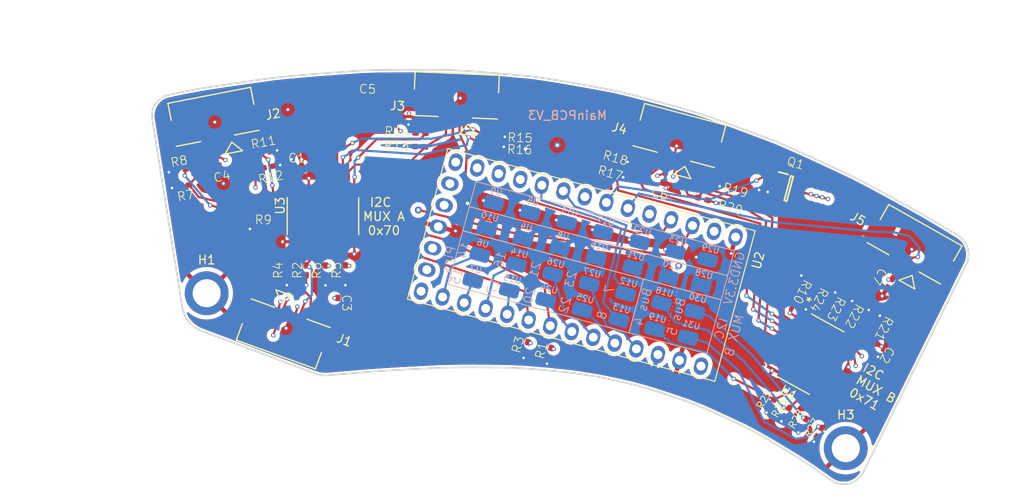
<source format=kicad_pcb>
(kicad_pcb (version 20221018) (generator pcbnew)
  (layers (0 "F.Cu" signal) (1 "In1.Cu" signal) (2 "In2.Cu" signal) (31 "B.Cu" signal) (34 "B.Paste" user) (35 "F.Paste" user) (36 "B.SilkS" user "B.Silkscreen") (37 "F.SilkS" user "F.Silkscreen") (38 "B.Mask" user) (39 "F.Mask" user) (44 "Edge.Cuts" user))
  (net 0 "")
  (net 1 "GND")
  (net 2 "/Gate")
  (net 3 "/SCL3")
  (net 4 "/SDA3")
  (net 5 "/SCL2")
  (net 7 "/RX2")
  (net 8 "/TX2")
  (net 14 "/A0")
  (net 15 "/A1")
  (net 16 "/SCL1")
  (net 17 "/SDA1")
  (net 18 "/SDA0")
  (net 19 "/SCL0")
  (net 23 "+3V3")
  (net 24 "/SDA2")
  (net 25 "/SCL5")
  (net 26 "/IO0")
  (net 27 "/SDA5")
  (net 28 "/IO2")
  (net 29 "/IO1")
  (net 30 "/SCL_IN")
  (net 31 "/SCL4")
  (net 32 "/SDA_IN")
  (net 33 "/SDA4")
  (net 36 "Net-(U3-*RESET)")
  (net 37 "/SCL_B3")
  (net 38 "/SDA_B3")
  (net 39 "/IO3")
  (net 40 "/SCL_B2")
  (net 41 "/SDA_B2")
  (net 42 "/SCL_B1")
  (net 43 "/SDA_B1")
  (net 44 "/IO4")
  (net 45 "/SCL_B0")
  (net 46 "/SDA_B0")
  (net 47 "Net-(U1-*RESET)")
  (net 51 "/PMOS_output")
  (net 52 "/SCL_B5")
  (net 53 "/SDA_B5")
  (net 58 "/A3")
  (net 59 "/A2")
  (net 61 "/SCL_B4")
  (net 62 "/SDA_B4")
  (net 63 "/A9")
  (net 64 "/A8")
  (net 65 "/A7")
  (net 66 "/A6")
  (footprint "MasterThesis_library:0402_HandSolder" (layer "F.Cu") (at 150.105757 122.096857 -79)
    (fp_text reference "C4")
    (fp_text value "22uF")
  )
  (footprint "MasterThesis_library:DMP31D0U-7" (layer "F.Cu") (at 215.125757 125.256857 -15)
    (fp_text reference "Q1")
    (fp_text value "DMP31D0U-7" hide)
  )
  (footprint "MasterThesis_library:0402_HandSolder" (layer "F.Cu") (at 223.445757 140.556857 -118)
    (fp_text reference "R22")
    (fp_text value "10k")
  )
  (footprint "MasterThesis_library:0402_HandSolder" (layer "F.Cu") (at 160.12909 134.576855 90)
    (fp_text reference "R2")
    (fp_text value "10k")
  )
  (footprint "MasterThesis_library:0402_HandSolder" (layer "F.Cu") (at 181.255757 120.456857 178)
    (fp_text reference "R16")
    (fp_text value "10k")
  )
  (footprint "MasterThesis_library:Molex_0527450797" (layer "F.Cu") (at 177.237396 114.62468 177.5)
    (fp_text reference "J3")
    (fp_text value "Molex_0527450797" hide)
  )
  (footprint "MasterThesis_library:Molex_0527450797" (layer "F.Cu") (at 157.538345 141.830344 -20)
    (fp_text reference "J1")
    (fp_text value "Molex_0527450797" hide)
  )
  (footprint "MasterThesis_library:0402_HandSolder" (layer "F.Cu") (at 224.635757 141.306857 -118)
    (fp_text reference "R21")
    (fp_text value "10k")
  )
  (footprint "MasterThesis_library:0402_HandSolder" (layer "F.Cu") (at 145.845216 123.130368 11)
    (fp_text reference "R8")
    (fp_text value "10k")
  )
  (footprint "MasterThesis_library:0402_HandSolder" (layer "F.Cu") (at 164.605757 134.576855 90)
    (fp_text reference "R5")
    (fp_text value "10k")
  )
  (footprint "MasterThesis_library:0402_HandSolder" (layer "F.Cu") (at 205.329953 126.434492 165)
    (fp_text reference "R20")
    (fp_text value "10k")
  )
  (footprint "MasterThesis_library:0402_HandSolder" (layer "F.Cu") (at 221.555757 139.526857 -118)
    (fp_text reference "R23")
    (fp_text value "10k")
  )
  (footprint "MasterThesis_library:0402_HandSolder" (layer "F.Cu") (at 169.345757 113.946857 178)
    (fp_text reference "C5")
    (fp_text value "22uF")
  )
  (footprint "MasterThesis_library:0402_HandSolder" (layer "F.Cu") (at 197.665757 124.316857 -16)
    (fp_text reference "R17")
    (fp_text value "10k")
  )
  (footprint "MasterThesis_library:Molex_0527450797" (layer "F.Cu") (at 149.567593 117.069477 -169)
    (fp_text reference "J2")
    (fp_text value "Molex_0527450797" hide)
  )
  (footprint "MasterThesis_library:0402_HandSolder" (layer "F.Cu") (at 216.828199 152.046358 60)
    (fp_text reference "R28")
    (fp_text value "10k")
  )
  (footprint "MasterThesis_library:0402_HandSolder" (layer "F.Cu") (at 187.905757 143.986857 75)
    (fp_text reference "R1")
    (fp_text value "10k")
  )
  (footprint "MasterThesis_library:0402_HandSolder" (layer "F.Cu") (at 185.245757 143.326857 75)
    (fp_text reference "R3")
    (fp_text value "10k")
  )
  (footprint "MasterThesis_library:TCA9548APWR" (layer "F.Cu") (at 217.595757 144.146857 -29)
    (fp_text reference "U1")
    (fp_text value "TCA9548APWR" hide)
  )
  (footprint "MasterThesis_library:0402_HandSolder" (layer "F.Cu") (at 213.189686 149.801857 60)
    (fp_text reference "R25")
    (fp_text value "10k")
  )
  (footprint "MasterThesis_library:0402_HandSolder" (layer "F.Cu") (at 224.825757 143.416857 61)
    (fp_text reference "C2")
    (fp_text value "1uF")
  )
  (footprint "MasterThesis_library:0402_HandSolder" (layer "F.Cu") (at 205.775757 124.586857 165)
    (fp_text reference "R19")
    (fp_text value "10k")
  )
  (footprint "MasterThesis_library:0402_HandSolder" (layer "F.Cu") (at 181.302893 119.277709 178)
    (fp_text reference "R15")
    (fp_text value "10k")
  )
  (footprint "MasterThesis_library:0402_HandSolder" (layer "F.Cu") (at 163.745757 138.306857 -90)
    (fp_text reference "C3")
    (fp_text value "22uF")
  )
  (footprint "MasterThesis_library:0402_HandSolder" (layer "F.Cu") (at 226.645757 136.056857 -120)
    (fp_text reference "C7")
    (fp_text value "22uF")
  )
  (footprint "MasterThesis_library:0402_HandSolder" (layer "F.Cu") (at 146.195757 124.946857 11)
    (fp_text reference "R7")
    (fp_text value "10k")
  )
  (footprint "MasterThesis_library:Molex_0527450797" (layer "F.Cu") (at 202.684554 119.208057 165)
    (fp_text reference "J4")
    (fp_text value "Molex_0527450797" hide)
  )
  (footprint "MasterThesis_library:Teensy_4.0" (layer "F.Cu") (at 191.14683 133.878512 -105)
    (fp_text reference "U2")
    (fp_text value "Teensy_4.0")
  )
  (footprint "MasterThesis_library:0402_HandSolder" (layer "F.Cu") (at 219.625757 138.506857 -118)
    (fp_text reference "R24")
    (fp_text value "10k")
  )
  (footprint "MasterThesis_library:0402_HandSolder" (layer "F.Cu") (at 214.895757 150.786857 60)
    (fp_text reference "R26")
    (fp_text value "10k")
  )
  (footprint "MasterThesis_library:0402_HandSolder" (layer "F.Cu") (at 173.105757 120.476857 -2)
    (fp_text reference "R13")
    (fp_text value "10k")
  )
  (footprint "MasterThesis_library:0402_HandSolder" (layer "F.Cu") (at 159.035757 122.776857)
    (fp_text reference "C1")
    (fp_text value "1uF")
  )
  (footprint "MasterThesis_library:0402_HandSolder" (layer "F.Cu") (at 200.925757 124.026857 -104)
    (fp_text reference "C6")
    (fp_text value "22uF")
  )
  (footprint "MountingHole:MountingHole_3.2mm_M3_DIN965_Pad" (layer "F.Cu") (at 148.795757 137.196857)
    (fp_text reference "H1")
    (fp_text value "MountingHole_Pad")
  )
  (footprint "MasterThesis_library:0402_HandSolder" (layer "F.Cu") (at 157.935757 134.576855 90)
    (fp_text reference "R4")
    (fp_text value "10k")
  )
  (footprint "MasterThesis_library:0402_HandSolder" (layer "F.Cu") (at 198.196224 122.575847 -16)
    (fp_text reference "R18")
    (fp_text value "10k")
  )
  (footprint "MasterThesis_library:0402_HandSolder" (layer "F.Cu") (at 155.505757 121.146857 -169)
    (fp_text reference "R11")
    (fp_text value "10k")
  )
  (footprint "MasterThesis_library:0402_HandSolder" (layer "F.Cu") (at 173.165757 118.936857 -2)
    (fp_text reference "R14")
    (fp_text value "10k")
  )
  (footprint "MasterThesis_library:0402_HandSolder" (layer "F.Cu") (at 218.595757 153.066857 60)
    (fp_text reference "R27")
    (fp_text value "10k")
  )
  (footprint "MasterThesis_library:0402_HandSolder" (layer "F.Cu") (at 155.834616 122.796897 -169)
    (fp_text reference "R12")
    (fp_text value "10k")
  )
  (footprint "MasterThesis_library:0402_HandSolder" (layer "F.Cu") (at 162.335757 134.596857 90)
    (fp_text reference "R6")
    (fp_text value "10k")
  )
  (footprint "MountingHole:MountingHole_3.2mm_M3_DIN965_Pad" (layer "F.Cu") (at 221.623193 154.86824)
    (fp_text reference "H3")
    (fp_text value "MountingHole_Pad")
  )
  (footprint "MasterThesis_library:TCA9548APWR" (layer "F.Cu") (at 162.045757 128.396857 90)
    (fp_text reference "U3" hide)
    (fp_text value "TCA9548APWR" hide)
  )
  (footprint "MasterThesis_library:Molex_0527450797" (layer "F.Cu") (at 229.470451 131.609199 150.5)
    (fp_text reference "J5")
    (fp_text value "Molex_0527450797" hide)
  )
  (footprint "MasterThesis_library:0402_HandSolder" (layer "F.Cu") (at 215.795757 136.566857 -118)
    (fp_text reference "R10")
    (fp_text value "10k")
  )
  (footprint "MasterThesis_library:0402_HandSolder" (layer "F.Cu") (at 155.255757 129.816857)
    (fp_text reference "R9")
    (fp_text value "10k")
  )
  (footprint "MasterThesis_library:pad" (layer "B.Cu") (at 179.926738 132.793438 165)
    (fp_text reference "U6")
    (fp_text value "pad")
  )
  (footprint "MasterThesis_library:pad" (layer "B.Cu") (at 184.080218 133.90636 165)
    (fp_text reference "U14")
    (fp_text value "pad")
  )
  (footprint "MasterThesis_library:pad" (layer "B.Cu") (at 196.550319 137.247714 165)
    (fp_text reference "U12")
    (fp_text value "pad")
  )
  (footprint "MasterThesis_library:pad" (layer "B.Cu") (at 205.144829 136.262933 166)
    (fp_text reference "U28")
    (fp_text value "pad")
  )
  (footprint "MasterThesis_library:pad" (layer "B.Cu") (at 192.37752 136.129615 165)
    (fp_text reference "U27")
    (fp_text value "pad")
  )
  (footprint "MasterThesis_library:pad" (layer "B.Cu") (at 184.885144 130.902329 165)
    (fp_text reference "U4")
    (fp_text value "pad")
  )
  (footprint "MasterThesis_library:pad" (layer "B.Cu") (at 193.953729 130.247124 165)
    (fp_text reference "U17")
    (fp_text value "pad")
  )
  (footprint "MasterThesis_library:pad" (layer "B.Cu") (at 201.431455 135.335899 165)
    (fp_text reference "U20")
    (fp_text value "pad")
  )
  (footprint "MasterThesis_library:pad" (layer "B.Cu") (at 179.13475 135.74917 165)
    (fp_text reference "U7")
    (fp_text value "pad")
  )
  (footprint "MasterThesis_library:pad" (layer "B.Cu") (at 204.392451 139.280555 166)
    (fp_text reference "U30")
    (fp_text value "pad")
  )
  (footprint "MasterThesis_library:pad" (layer "B.Cu") (at 200.626527 138.33993 165)
    (fp_text reference "U18")
    (fp_text value "pad")
  )
  (footprint "MasterThesis_library:pad" (layer "B.Cu") (at 199.834542 141.295663 165)
    (fp_text reference "U19")
    (fp_text value "pad")
  )
  (footprint "MasterThesis_library:pad" (layer "B.Cu") (at 181.502945 126.910949 165)
    (fp_text reference "U9")
    (fp_text value "pad")
  )
  (footprint "MasterThesis_library:pad" (layer "B.Cu") (at 193.182449 133.125585 165)
    (fp_text reference "U16")
    (fp_text value "pad")
  )
  (footprint "MasterThesis_library:pad" (layer "B.Cu") (at 197.355248 134.243683 165)
    (fp_text reference "U21")
    (fp_text value "pad")
  )
  (footprint "MasterThesis_library:pad" (layer "B.Cu") (at 205.865757 133.371453 166)
    (fp_text reference "U29")
    (fp_text value "pad")
  )
  (footprint "MasterThesis_library:pad" (layer "B.Cu") (at 187.441714 137.975014 165)
    (fp_text reference "U24")
    (fp_text value "pad")
  )
  (footprint "MasterThesis_library:pad" (layer "B.Cu") (at 189.809907 129.136792 165)
    (fp_text reference "U11")
    (fp_text value "pad")
  )
  (footprint "MasterThesis_library:pad" (layer "B.Cu") (at 180.731664 129.789408 165)
    (fp_text reference "U10")
    (fp_text value "pad")
  )
  (footprint "MasterThesis_library:pad" (layer "B.Cu") (at 189.038628 132.015251 165)
    (fp_text reference "U8")
    (fp_text value "pad")
  )
  (footprint "MasterThesis_library:pad" (layer "B.Cu") (at 185.656426 128.02387 165)
    (fp_text reference "U5")
    (fp_text value "pad")
  )
  (footprint "MasterThesis_library:pad" (layer "B.Cu") (at 191.585535 139.085348 165)
    (fp_text reference "U25")
    (fp_text value "pad")
  )
  (footprint "MasterThesis_library:pad" (layer "B.Cu") (at 183.288231 136.862092 165)
    (fp_text reference "U15")
    (fp_text value "pad")
  )
  (footprint "MasterThesis_library:pad" (layer "B.Cu") (at 202.202735 132.45744 165)
    (fp_text reference "U23")
    (fp_text value "pad")
  )
  (footprint "MasterThesis_library:pad" (layer "B.Cu") (at 203.65217 142.24966 166)
    (fp_text reference "U31")
    (fp_text value "pad")
  )
  (footprint "MasterThesis_library:pad" (layer "B.Cu") (at 195.758335 140.203446 165)
    (fp_text reference "U13")
    (fp_text value "pad")
  )
  (footprint "MasterThesis_library:pad" (layer "B.Cu") (at 198.126528 131.365224 165)
    (fp_text reference "U22")
    (fp_text value "pad")
  )
  (footprint "MasterThesis_library:pad" (layer "B.Cu") (at 188.2337 135.019282 165)
    (fp_text reference "U26")
    (fp_text value "pad")
  )
  (gr_poly (pts (xy 177.984951 130.063648) (xy 198.568829 135.57908) (xy 196.925327 141.712713) (xy 176.341448 136.197276)) (stroke (width 0.1)) (fill none) (layer "B.SilkS"))
  (gr_poly (pts (xy 179.487395 124.456445) (xy 208.922045 132.343435) (xy 208.157992 135.194925) (xy 178.723339 127.307935)) (stroke (width 0.1)) (fill none) (layer "B.SilkS"))
  (gr_poly (pts (xy 178.723341 127.307935) (xy 208.167648 135.197516) (xy 207.429259 137.953224) (xy 177.984951 130.063648)) (stroke (width 0.1)) (fill none) (layer "B.SilkS"))
  (gr_poly (pts (xy 198.568829 135.579079) (xy 207.429259 137.953224) (xy 205.785757 144.086857) (xy 196.925327 141.712713)) (stroke (width 0.1)) (fill none) (layer "B.SilkS"))
  (gr_line (start 202.465757 136.656857) (end 200.865757 142.756857) (stroke (width 0.1) (type dot)) (layer "B.SilkS"))
  (gr_curve locked (pts (xy 210.149654 152.460185) (xy 211.402381 153.10231) (xy 212.644673 153.780861) (xy 216.313047 156.028515)) (stroke (width 0.2)) (layer "Edge.Cuts"))
  (gr_curve locked (pts (xy 222.200073 158.842108) (xy 221.892329 158.948257) (xy 221.566793 158.993281) (xy 221.241789 158.974647)) (stroke (width 0.2)) (layer "Edge.Cuts"))
  (gr_curve locked (pts (xy 185.679165 112.446412) (xy 179.932499 111.914482) (xy 178.00539 111.793779) (xy 176.069789 111.71468)) (stroke (width 0.2)) (layer "Edge.Cuts"))
  (gr_curve locked (pts (xy 142.635701 116.383253) (xy 142.710431 116.066409) (xy 142.846332 115.767191) (xy 143.035756 115.502441)) (stroke (width 0.2)) (layer "Edge.Cuts"))
  (gr_curve locked (pts (xy 176.069789 111.71468) (xy 170.222075 111.677811) (xy 168.262105 111.7181) (xy 166.294308 111.796739)) (stroke (width 0.2)) (layer "Edge.Cuts"))
  (gr_curve locked (pts (xy 195.112121 114.04247) (xy 189.472078 112.988167) (xy 187.580104 112.69533) (xy 185.679165 112.446412)) (stroke (width 0.2)) (layer "Edge.Cuts"))
  (gr_curve locked (pts (xy 190.217579 146.246148) (xy 190.832789 146.325961) (xy 191.444331 146.412596) (xy 193.258184 146.71451)) (stroke (width 0.2)) (layer "Edge.Cuts"))
  (gr_curve locked (pts (xy 156.365563 112.629674) (xy 150.805901 113.405693) (xy 149.258171 113.650437) (xy 147.706388 113.915038)) (stroke (width 0.2)) (layer "Edge.Cuts"))
  (gr_curve locked (pts (xy 216.313047 156.028515) (xy 217.040051 156.498273) (xy 217.763672 156.980457) (xy 219.914601 158.500686)) (stroke (width 0.2)) (layer "Edge.Cuts"))
  (gr_curve locked (pts (xy 143.035756 115.502441) (xy 143.22518 115.23769) (xy 143.464505 115.012469) (xy 143.740259 114.839455)) (stroke (width 0.2)) (layer "Edge.Cuts"))
  (gr_curve locked (pts (xy 162.668326 146.553612) (xy 163.474963 146.479873) (xy 164.274061 146.408916) (xy 166.627556 146.214317)) (stroke (width 0.2)) (layer "Edge.Cuts"))
  (gr_curve locked (pts (xy 220.544107 158.83312) (xy 220.31949 158.752906) (xy 220.107503 158.640958) (xy 219.914601 158.500686)) (stroke (width 0.2)) (layer "Edge.Cuts"))
  (gr_curve locked (pts (xy 143.740259 114.839455) (xy 144.000677 114.676064) (xy 144.289013 114.562102) (xy 147.706388 113.915038)) (stroke (width 0.2)) (layer "Edge.Cuts"))
  (gr_curve locked (pts (xy 204.36718 116.510088) (xy 198.833375 114.935302) (xy 196.977179 114.467178) (xy 195.112121 114.04247)) (stroke (width 0.2)) (layer "Edge.Cuts"))
  (gr_line locked (start 148.233556 141.499524) (end 161.117856 146.344204) (stroke (width 0.2)) (layer "Edge.Cuts"))
  (gr_curve locked (pts (xy 142.6 117.35) (xy 142.548844 117.028508) (xy 142.560972 116.700097) (xy 142.635701 116.383253)) (stroke (width 0.2)) (layer "Edge.Cuts"))
  (gr_curve locked (pts (xy 166.294308 111.796739) (xy 160.353264 112.217116) (xy 158.363027 112.40569) (xy 156.365563 112.629674)) (stroke (width 0.2)) (layer "Edge.Cuts"))
  (gr_curve locked (pts (xy 235.55372 132.188784) (xy 235.621938 132.47161) (xy 235.640264 132.764186) (xy 235.607872 133.053315)) (stroke (width 0.2)) (layer "Edge.Cuts"))
  (gr_curve locked (pts (xy 193.258184 146.71451) (xy 194.047923 146.855999) (xy 194.831957 147.009753) (xy 197.15233 147.54596)) (stroke (width 0.2)) (layer "Edge.Cuts"))
  (gr_curve locked (pts (xy 223.625231 157.5882) (xy 223.480764 157.879925) (xy 223.280697 158.140644) (xy 223.036292 158.35568)) (stroke (width 0.2)) (layer "Edge.Cuts"))
  (gr_curve locked (pts (xy 197.15233 147.54596) (xy 198.505756 147.882904) (xy 199.843721 148.258864) (xy 203.775961 149.620573)) (stroke (width 0.2)) (layer "Edge.Cuts"))
  (gr_curve locked (pts (xy 213.452928 119.807206) (xy 208.019416 117.741056) (xy 206.197454 117.10521) (xy 204.36718 116.510088)) (stroke (width 0.2)) (layer "Edge.Cuts"))
  (gr_curve locked (pts (xy 235.149215 131.310006) (xy 235.339976 131.573795) (xy 235.477389 131.872322) (xy 235.55372 132.188784)) (stroke (width 0.2)) (layer "Edge.Cuts"))
  (gr_arc locked (start 148.233556 141.499524) (mid 146.753753 140.436375) (end 146.008885 138.773464) (stroke (width 0.2)) (layer "Edge.Cuts"))
  (gr_curve locked (pts (xy 161.88124 146.536653) (xy 161.620352 146.501417) (xy 161.36427 146.436859) (xy 161.117856 146.344204)) (stroke (width 0.2)) (layer "Edge.Cuts"))
  (gr_curve locked (pts (xy 182.88858 145.670804) (xy 184.400356 145.720224) (xy 185.887362 145.800324) (xy 190.217579 146.246148)) (stroke (width 0.2)) (layer "Edge.Cuts"))
  (gr_curve locked (pts (xy 223.036292 158.35568) (xy 222.791888 158.570717) (xy 222.507818 158.73596) (xy 222.200073 158.842108)) (stroke (width 0.2)) (layer "Edge.Cuts"))
  (gr_curve locked (pts (xy 166.627556 146.214317) (xy 168.383379 146.075069) (xy 170.102997 145.952538) (xy 175.063162 145.707007)) (stroke (width 0.2)) (layer "Edge.Cuts"))
  (gr_curve locked (pts (xy 230.387976 128.204621) (xy 225.910887 125.707206) (xy 224.149974 124.772264) (xy 222.38194 123.872209)) (stroke (width 0.2)) (layer "Edge.Cuts"))
  (gr_curve locked (pts (xy 234.441368 130.650593) (xy 234.717994 130.822209) (xy 234.958455 131.046217) (xy 235.149215 131.310006)) (stroke (width 0.2)) (layer "Edge.Cuts"))
  (gr_curve locked (pts (xy 203.775961 149.620573) (xy 205.074024 150.113) (xy 206.359681 150.643774) (xy 210.149654 152.460185)) (stroke (width 0.2)) (layer "Edge.Cuts"))
  (gr_line locked (start 223.625231 157.5882) (end 235.363752 133.884429) (stroke (width 0.2)) (layer "Edge.Cuts"))
  (gr_curve locked (pts (xy 162.668326 146.553612) (xy 162.406162 146.577578) (xy 162.142129 146.571889) (xy 161.88124 146.536653)) (stroke (width 0.2)) (layer "Edge.Cuts"))
  (gr_curve locked (pts (xy 222.38194 123.872209) (xy 217.041072 121.352176) (xy 215.250827 120.560939) (xy 213.452928 119.807206)) (stroke (width 0.2)) (layer "Edge.Cuts"))
  (gr_curve locked (pts (xy 175.063162 145.707007) (xy 176.685388 145.647888) (xy 178.277103 145.612297) (xy 182.88858 145.670804)) (stroke (width 0.2)) (layer "Edge.Cuts"))
  (gr_curve locked (pts (xy 235.607872 133.053315) (xy 235.57548 133.342443) (xy 235.492865 133.62371) (xy 235.363752 133.884429)) (stroke (width 0.2)) (layer "Edge.Cuts"))
  (gr_curve locked (pts (xy 234.441368 130.650593) (xy 233.094388 129.814935) (xy 231.743261 128.999592) (xy 230.387976 128.204621)) (stroke (width 0.2)) (layer "Edge.Cuts"))
  (gr_curve locked (pts (xy 221.241789 158.974647) (xy 221.00367 158.960994) (xy 220.768725 158.913335) (xy 220.544107 158.83312)) (stroke (width 0.2)) (layer "Edge.Cuts"))
  (gr_line locked (start 142.6 117.35) (end 146.008885 138.773464) (stroke (width 0.2)) (layer "Edge.Cuts"))
  (gr_text "Pins" (at 177.329276 131.900746 75) (layer "B.SilkS") (effects (font (size 1 1) (thickness 0.1)) (justify left bottom mirror)))
  (gr_text "8" (at 194.561546 139.338016 75) (layer "B.SilkS") (effects (font (size 1 1) (thickness 0.1)) (justify left bottom mirror)))
  (gr_text "15" (at 178.157801 134.449655 75) (layer "B.SilkS") (effects (font (size 1 1) (thickness 0.1)) (justify left bottom mirror)))
  (gr_text "16" (at 182.536101 134.530355 75) (layer "B.SilkS") (effects (font (size 1 1) (thickness 0.1)) (justify right bottom mirror)))
  (gr_text "MainPCB_V3" (at 194.505757 117.496857) (layer "B.SilkS") (effects (font (size 1 1)) (justify left bottom mirror)))
  (gr_text "I2C \nMUX B\n" (at 208.125757 141.796857 75) (layer "B.SilkS") (effects (font (size 1 1) (thickness 0.1)) (justify mirror)))
  (gr_text "14" (at 178.978765 131.501688 75) (layer "B.SilkS") (effects (font (size 1 1) (thickness 0.1)) (justify left bottom mirror)))
  (gr_text "3.3V" (at 209.575757 135.466857 75) (layer "B.SilkS") (effects (font (size 1 1) (thickness 0.1)) (justify left bottom mirror)))
  (gr_text "Bus 4" (at 198.485757 141.096857 75) (layer "B.SilkS") (effects (font (size 1 1) (thickness 0.1)) (justify right bottom mirror)))
  (gr_text "17" (at 182.262986 135.549637 75) (layer "B.SilkS") (effects (font (size 1 1) (thickness 0.1)) (justify left bottom mirror)))
  (gr_text "Bus 5" (at 202.315757 142.216857 75) (layer "B.SilkS") (effects (font (size 1 1) (thickness 0.1)) (justify right bottom mirror)))
  (gr_text "22" (at 189.935166 139.680874 75) (layer "B.SilkS") (effects (font (size 1 1) (thickness 0.1)) (justify right bottom mirror)))
  (gr_text "GND" (at 210.275757 132.556857 75) (layer "B.SilkS") (effects (font (size 1 1) (thickness 0.1)) (justify left bottom mirror)))
  (gr_text "23" (at 191.110793 134.752455 75) (layer "B.SilkS") (effects (font (size 1 1) (thickness 0.1)) (justify left bottom mirror)))
  (gr_text "21" (at 187.053905 133.665416 75) (layer "B.SilkS") (effects (font (size 1 1) (thickness 0.1)) (justify left bottom mirror)))
  (gr_text "20" (at 185.878277 138.593834 75) (layer "B.SilkS") (effects (font (size 1 1) (thickness 0.1)) (justify right bottom mirror)))
  (gr_text "7" (at 195.119791 137.409158 75) (layer "B.SilkS") (effects (font (size 1 1) (thickness 0.1)) (justify right bottom mirror)))
  (gr_text "I2C \nMUX B\n0x71" (at 221.765757 148.846857 331) (layer "F.SilkS") (effects (font (size 1 1)) (justify left bottom)))
  (gr_text "I2C \nMUX A\n0x70" (at 168.995757 128.436857) (layer "F.SilkS") (effects (font (size 1 1))))
  (gr_text "U3" (at 157.165757 127.216857 90) (layer "F.SilkS") (effects (font (size 1 1))))
  (segment (start 159.120757 131.317857) (end 158.470758 131.317857) (width 0.25) (layer "F.Cu") (net 1))
  (segment (start 229.145757 132.196857) (end 229.103561 132.239543) (width 0.25) (layer "F.Cu") (net 1))
  (segment (start 177.695757 114.946857) (end 177.145757 115.496857) (width 0.25) (layer "F.Cu") (net 1))
  (segment (start 165.620756 131.317857) (end 165.615757 132.716857) (width 0.25) (layer "F.Cu") (net 1))
  (segment (start 177.145757 115.496857) (end 177.145757 116.946857) (width 0.25) (layer "F.Cu") (net 1))
  (segment (start 225.100886 142.92051) (end 225.695757 143.266857) (width 0.25) (layer "F.Cu") (net 1))
  (segment (start 221.915757 144.726857) (end 220.938336 144.141731) (width 0.25) (layer "F.Cu") (net 1))
  (segment (start 225.775757 137.516857) (end 226.362007 136.548326) (width 0.25) (layer "F.Cu") (net 1))
  (segment (start 202.345757 120.396857) (end 202.315502 120.566587) (width 0.25) (layer "F.Cu") (net 1))
  (segment (start 228.295757 133.696857) (end 229.145757 132.196857) (width 0.25) (layer "F.Cu") (net 1))
  (segment (start 209.066467 130.79126) (end 208.575757 132.646857) (width 0.25) (layer "F.Cu") (net 1))
  (segment (start 200.788466 124.5775) (end 201.115757 124.904791) (width 0.25) (layer "F.Cu") (net 1))
  (segment (start 149.722206 117.696857) (end 150.025691 119.417312) (width 0.25) (layer "F.Cu") (net 1))
  (segment (start 149.718721 117.676401) (end 149.722206 117.696857) (width 0.25) (layer "F.Cu") (net 1))
  (segment (start 160.420759 125.475857) (end 160.435757 124.096857) (width 0.25) (layer "F.Cu") (net 1))
  (segment (start 202.076012 121.527127) (end 202.345757 120.396857) (width 0.25) (layer "F.Cu") (net 1))
  (segment (start 157.845757 141.146857) (end 158.346501 139.573746) (width 0.25) (layer "F.Cu") (net 1))
  (segment (start 175.199395 129.60541) (end 177.145757 130.086857) (width 0.25) (layer "F.Cu") (net 1))
  (segment (start 158.470758 131.317857) (end 157.445757 131.317857) (width 0.25) (layer "F.Cu") (net 1))
  (segment (start 221.935757 145.616857) (end 221.915757 144.726857) (width 0.25) (layer "F.Cu") (net 1))
  (segment (start 213.205757 146.036857) (end 213.307799 145.857493) (width 0.25) (layer "F.Cu") (net 1))
  (segment (start 201.115757 124.904791) (end 201.115757 125.166857) (width 0.25) (layer "F.Cu") (net 1))
  (segment (start 216.459061 140.172465) (end 215.265757 139.446857) (width 0.25) (layer "F.Cu") (net 1))
  (segment (start 159.603257 122.776857) (end 159.615757 121.926857) (width 0.25) (layer "F.Cu") (net 1))
  (via (at 215.265757 139.446857) (size 0.5) (drill 0.3) (layers "F.Cu" "B.Cu") (net 1))
  (via (at 225.775757 137.516857) (size 0.5) (drill 0.3) (layers "F.Cu" "B.Cu") (net 1))
  (via (at 213.205757 146.036857) (size 0.5) (drill 0.3) (layers "F.Cu" "B.Cu") (net 1))
  (via (at 180.345534 126.615347) (size 0.5) (drill 0.3) (layers "F.Cu" "B.Cu") (net 1))
  (via (at 150.705757 124.676857) (size 0.5) (drill 0.3) (layers "F.Cu" "B.Cu") (net 1))
  (via (at 149.718721 117.676401) (size 0.5) (drill 0.3) (layers "F.Cu" "B.Cu") (net 1))
  (via (at 201.115757 125.166857) (size 0.5) (drill 0.3) (layers "F.Cu" "B.Cu") (net 1))
  (via (at 188.644539 128.839059) (size 0.5) (drill 0.3) (layers "F.Cu" "B.Cu") (net 1))
  (via (at 201.068971 132.168176) (size 0.5) (drill 0.3) (layers "F.Cu" "B.Cu") (net 1))
  (via (at 160.435757 124.096857) (size 0.5) (drill 0.3) (layers "F.Cu" "B.Cu") (net 1))
  (via (at 204.585757 133.076857) (size 0.5) (drill 0.3) (layers "F.Cu" "B.Cu") (net 1))
  (via (at 157.445757 131.317857) (size 0.5) (drill 0.3) (layers "F.Cu" "B.Cu") (net 1))
  (via (at 158.045757 116.246857) (size 0.5) (drill 0.3) (layers "F.Cu" "B.Cu") (net 1))
  (via (at 165.615757 132.716857) (size 0.5) (drill 0.3) (layers "F.Cu" "B.Cu") (net 1))
  (via (at 192.761052 129.942077) (size 0.5) (drill 0.3) (layers "F.Cu" "B.Cu") (net 1))
  (via (at 229.145757 132.196857) (size 0.5) (drill 0.3) (layers "F.Cu" "B.Cu") (net 1))
  (via (at 208.575757 132.646857) (size 0.5) (drill 0.3) (layers "F.Cu" "B.Cu") (net 1))
  (via (at 188.755757 120.306857) (size 0.8) (drill 0.4) (layers "F.Cu" "B.Cu") (net 1))
  (via (at 221.935757 145.616857) (size 0.5) (drill 0.3) (layers "F.Cu" "B.Cu") (net 1))
  (via (at 177.695757 114.946857) (size 0.5) (drill 0.3) (layers "F.Cu" "B.Cu") (net 1))
  (via (at 225.695757 143.266857) (size 0.5) (drill 0.3) (layers "F.Cu" "B.Cu") (net 1))
  (via (at 157.845757 141.196857) (size 0.5) (drill 0.3) (layers "F.Cu" "B.Cu") (net 1))
  (via (at 184.497537 127.727874) (size 0.5) (drill 0.3) (layers "F.Cu" "B.Cu") (net 1))
  (via (at 177.145757 130.086857) (size 0.5) (drill 0.3) (layers "F.Cu" "B.Cu") (net 1))
  (via (at 196.952458 131.06516) (size 0.5) (drill 0.3) (layers "F.Cu" "B.Cu") (net 1))
  (via (at 171.845757 116.696857) (size 0.5) (drill 0.3) (layers "F.Cu" "B.Cu") (net 1))
  (via (at 202.345757 120.396857) (size 0.5) (drill 0.3) (layers "F.Cu" "B.Cu") (net 1))
  (via (at 159.615757 121.926857) (size 0.5) (drill 0.3) (layers "F.Cu" "B.Cu") (net 1))
  (segment (start 212.645757 123.646857) (end 213.145757 123.796857) (width 0.25) (layer "F.Cu") (net 2))
  (segment (start 211.445757 124.346857) (end 212.645757 123.646857) (width 0.25) (layer "F.Cu") (net 2))
  (segment (start 213.145757 123.796857) (end 214.13082 124.031586) (width 0.25) (layer "F.Cu") (net 2))
  (via (at 211.445757 124.346857) (size 0.5) (drill 0.3) (layers "F.Cu" "B.Cu") (net 2))
  (segment (start 206.015757 126.546857) (end 195.665757 124.996857) (width 0.25) (layer "B.Cu") (net 2))
  (segment (start 195.665757 124.996857) (end 194.345757 126.846857) (width 0.25) (layer "B.Cu") (net 2))
  (segment (start 211.445757 124.346857) (end 206.015757 126.546857) (width 0.25) (layer "B.Cu") (net 2))
  (segment (start 156.495757 126.896857) (end 164.975757 129.066857) (width 0.25) (layer "F.Cu") (net 3))
  (segment (start 155.825757 121.956857) (end 154.919235 121.260865) (width 0.25) (layer "F.Cu") (net 3))
  (segment (start 156.285757 124.886857) (end 156.495757 126.896857) (width 0.25) (layer "F.Cu") (net 3))
  (segment (start 151.675757 120.116857) (end 151.497972 119.139169) (width 0.25) (layer "F.Cu") (net 3))
  (segment (start 154.919235 121.260865) (end 151.675757 120.116857) (width 0.25) (layer "F.Cu") (net 3))
  (segment (start 164.975757 129.066857) (end 164.970755 131.317857) (width 0.25) (layer "F.Cu") (net 3))
  (via (at 155.825757 121.956857) (size 0.5) (drill 0.3) (layers "F.Cu" "B.Cu") (net 3))
  (via (at 156.285757 124.886857) (size 0.5) (drill 0.3) (layers "F.Cu" "B.Cu") (net 3))
  (segment (start 156.285757 124.886857) (end 155.825757 121.956857) (width 0.25) (layer "B.Cu") (net 3))
  (segment (start 164.320756 131.317857) (end 164.295757 129.506857) (width 0.25) (layer "F.Cu") (net 4))
  (segment (start 155.248094 122.910905) (end 151.215757 120.316857) (width 0.25) (layer "F.Cu") (net 4))
  (segment (start 155.865757 127.376857) (end 155.248094 122.910905) (width 0.25) (layer "F.Cu") (net 4))
  (segment (start 164.295757 129.506857) (end 155.865757 127.376857) (width 0.25) (layer "F.Cu") (net 4))
  (segment (start 151.215757 120.316857) (end 151.00716 119.234574) (width 0.25) (layer "F.Cu") (net 4))
  (segment (start 146.782279 124.832849) (end 148.405757 123.066857) (width 0.25) (layer "F.Cu") (net 5))
  (segment (start 148.405757 123.066857) (end 149.245757 120.706857) (width 0.25) (layer "F.Cu") (net 5))
  (segment (start 147.875757 126.216857) (end 146.782279 124.832849) (width 0.25) (layer "F.Cu") (net 5))
  (segment (start 149.245757 120.706857) (end 149.043904 119.616192) (width 0.25) (layer "F.Cu") (net 5))
  (segment (start 163.655757 130.006857) (end 147.875757 126.216857) (width 0.25) (layer "F.Cu") (net 5))
  (segment (start 163.670755 131.317857) (end 163.655757 130.006857) (width 0.25) (layer "F.Cu") (net 5))
  (segment (start 190.725757 127.276857) (end 189.438854 125.532057) (width 0.25) (layer "B.Cu") (net 7))
  (segment (start 196.625757 129.446857) (end 190.725757 127.276857) (width 0.25) (layer "B.Cu") (net 7))
  (segment (start 196.550319 137.247714) (end 195.215757 135.346857) (width 0.25) (layer "B.Cu") (net 7))
  (segment (start 195.215757 135.346857) (end 196.625757 129.446857) (width 0.25) (layer "B.Cu") (net 7))
  (segment (start 193.115757 128.576857) (end 196.045757 129.846857) (width 0.25) (layer "B.Cu") (net 8))
  (segment (start 196.045757 129.846857) (end 193.945757 138.256857) (width 0.25) (layer "B.Cu") (net 8))
  (segment (start 186.985402 124.874656) (end 186.925757 126.596857) (width 0.25) (layer "B.Cu") (net 8))
  (segment (start 186.925757 126.596857) (end 193.115757 128.576857) (width 0.25) (layer "B.Cu") (net 8))
  (segment (start 193.945757 138.256857) (end 195.758335 140.203446) (width 0.25) (layer "B.Cu") (net 8))
  (segment (start 176.645757 134.096857) (end 179.926738 132.793438) (width 0.25) (layer "B.Cu") (net 14))
  (segment (start 175.680645 137.623165) (end 176.645757 134.096857) (width 0.25) (layer "B.Cu") (net 14))
  (segment (start 178.134097 138.280565) (end 179.13475 135.74917) (width 0.25) (layer "B.Cu") (net 15))
  (segment (start 162.370755 132.169355) (end 164.605757 134.009355) (width 0.25) (layer "F.Cu") (net 16))
  (segment (start 156.949657 139.062053) (end 157.195757 138.166857) (width 0.25) (layer "F.Cu") (net 16))
  (segment (start 165.035757 134.079391) (end 164.605757 133.979355) (width 0.25) (layer "F.Cu") (net 16))
  (segment (start 162.370755 131.317857) (end 162.370755 132.169355) (width 0.25) (layer "F.Cu") (net 16))
  (via (at 165.035757 134.079391) (size 0.5) (drill 0.3) (layers "F.Cu" "B.Cu") (net 16))
  (via (at 157.195757 138.166857) (size 0.5) (drill 0.3) (layers "F.Cu" "B.Cu") (net 16))
  (segment (start 157.419503 139.233062) (end 157.990942 137.862042) (width 0.25) (layer "F.Cu") (net 17))
  (segment (start 162.699091 134.068158) (end 162.335757 133.999357) (width 0.25) (layer "F.Cu") (net 17))
  (segment (start 161.720756 133.056857) (end 161.962423 133.979355) (width 0.25) (layer "F.Cu") (net 17))
  (segment (start 161.720756 131.317857) (end 161.720756 133.056857) (width 0.25) (layer "F.Cu") (net 17))
  (via (at 157.990942 137.862042) (size 0.5) (drill 0.3) (layers "F.Cu" "B.Cu") (net 17))
  (via (at 162.699091 134.068158) (size 0.5) (drill 0.3) (layers "F.Cu" "B.Cu") (net 17))
  (segment (start 160.420756 131.317857) (end 160.435757 132.766857) (width 0.25) (layer "F.Cu") (net 18))
  (segment (start 160.675757 137.686857) (end 160.615757 138.916857) (width 0.25) (layer "F.Cu") (net 18))
  (segment (start 159.115757 134.596857) (end 159.115757 136.126857) (width 0.25) (layer "F.Cu") (net 18))
  (segment (start 159.115757 136.126857) (end 160.675757 137.686857) (width 0.25) (layer "F.Cu") (net 18))
  (segment (start 157.935757 134.009355) (end 159.115757 134.596857) (width 0.25) (layer "F.Cu") (net 18))
  (segment (start 160.435757 132.766857) (end 157.935757 133.326857) (width 0.25) (layer "F.Cu") (net 18))
  (segment (start 157.935757 133.326857) (end 157.935757 133.979355) (width 0.25) (layer "F.Cu") (net 18))
  (segment (start 160.615757 138.916857) (end 159.768734 140.088113) (width 0.25) (layer "F.Cu") (net 18))
  (segment (start 161.070755 131.317857) (end 161.065757 132.856857) (width 0.25) (layer "F.Cu") (net 19))
  (segment (start 159.295757 139.946857) (end 160.035757 138.126857) (width 0.25) (layer "F.Cu") (net 19))
  (segment (start 160.12909 133.979355) (end 160.475757 134.176857) (width 0.25) (layer "F.Cu") (net 19))
  (segment (start 161.065757 132.856857) (end 160.12909 133.979355) (width 0.25) (layer "F.Cu") (net 19))
  (via (at 160.475757 134.176857) (size 0.5) (drill 0.3) (layers "F.Cu" "B.Cu") (net 19))
  (via (at 160.035757 138.126857) (size 0.5) (drill 0.3) (layers "F.Cu" "B.Cu") (net 19))
  (segment (start 160.775757 137.386857) (end 160.775757 134.476857) (width 0.25) (layer "B.Cu") (net 19))
  (segment (start 160.775757 134.476857) (end 160.475757 134.176857) (width 0.25) (layer "B.Cu") (net 19))
  (segment (start 160.035757 138.126857) (end 160.775757 137.386857) (width 0.25) (layer "B.Cu") (net 19))
  (segment (start 196.256044 123.970095) (end 196.538621 124.038271) (width 0.25) (layer "F.Cu") (net 23))
  (segment (start 145.173914 123.280484) (end 144.485757 123.396857) (width 0.25) (layer "F.Cu") (net 23))
  (segment (start 218.305936 153.613326) (end 217.995757 154.136857) (width 0.25) (layer "F.Cu") (net 23))
  (segment (start 160.129094 136.27685) (end 160.12909 136.276854) (width 0.25) (layer "F.Cu") (net 23))
  (segment (start 224.542007 143.908326) (end 225.285757 144.446857) (width 0.25) (layer "F.Cu") (net 23))
  (segment (start 145.533914 125.080484) (end 144.845757 125.196857) (width 0.25) (layer "F.Cu") (net 23))
  (segment (start 221.883715 142.436221) (end 223.675757 143.446857) (width 0.25) (layer "F.Cu") (net 23))
  (segment (start 213.639064 125.866845) (end 212.725757 125.636857) (width 0.25) (layer "F.Cu") (net 23))
  (segment (start 197.047014 122.28395) (end 197.524498 122.429765) (width 0.25) (layer "F.Cu") (net 23))
  (segment (start 164.605757 135.174356) (end 164.605757 136.276854) (width 0.25) (layer "F.Cu") (net 23))
  (segment (start 158.470758 125.475857) (end 158.468257 122.776857) (width 0.25) (layer "F.Cu") (net 23))
  (segment (start 216.565757 135.176857) (end 216.415757 135.446857) (width 0.25) (layer "F.Cu") (net 23))
  (segment (start 196.764437 122.215767) (end 197.047014 122.28395) (width 0.25) (layer "F.Cu") (net 23))
  (segment (start 216.525936 152.563326) (end 216.215757 153.086857) (width 0.25) (layer "F.Cu") (net 23))
  (segment (start 157.935756 135.244356) (end 157.935756 136.276853) (width 0.25) (layer "F.Cu") (net 23))
  (segment (start 212.725757 125.636857) (end 211.745757 125.416857) (width 0.25) (layer "F.Cu") (net 23))
  (segment (start 172.568621 118.916005) (end 171.795757 117.956857) (width 0.25) (layer "F.Cu") (net 23))
  (segment (start 222.352437 138.074222) (end 222.157437 138.494222) (width 0.25) (layer "F.Cu") (net 23))
  (segment (start 206.431421 126.760062) (end 205.953949 126.614243) (width 0.25) (layer "F.Cu") (net 23))
  (segment (start 181.900029 119.298561) (end 182.775757 119.346857) (width 0.25) (layer "F.Cu") (net 23))
  (segment (start 225.502437 139.754222) (end 225.197437 140.264222) (width 0.25) (layer "F.Cu") (net 23))
  (segment (start 156.135757 121.036857) (end 156.821774 120.908493) (width 0.25) (layer "F.Cu") (net 23))
  (segment (start 206.828318 126.878828) (end 206.431421 126.760062) (width 0.25) (layer "F.Cu") (net 23))
  (segment (start 216.415757 135.446857) (end 216.076266 136.039296) (width 0.25) (layer "F.Cu") (net 23))
  (segment (start 157.935756 136.276853) (end 157.935757 136.276854) (width 0.25) (layer "F.Cu") (net 23))
  (segment (start 224.235757 139.106857) (end 223.980757 139.566857) (width 0.25) (layer "F.Cu") (net 23))
  (segment (start 220.415757 137.106857) (end 220.200757 137.536857) (width 0.25) (layer "F.Cu") (net 23))
  (segment (start 156.472723 122.705387) (end 157.15874 122.577023) (width 0.25) (layer "F.Cu") (net 23))
  (segment (start 216.774187 139.603964) (end 217.075757 139.046857) (width 0.25) (layer "F.Cu") (net 23))
  (segment (start 160.129094 135.234354) (end 160.129094 136.27685) (width 0.25) (layer "F.Cu") (net 23))
  (segment (start 222.157437 138.494222) (end 221.907946 138.926661) (width 0.25) (layer "F.Cu") (net 23))
  (segment (start 196.538621 124.038271) (end 197.016103 124.184091) (width 0.25) (layer "F.Cu") (net 23))
  (segment (start 187.761113 144.553998) (end 187.575757 145.226857) (width 0.25) (layer "F.Cu") (net 23))
  (segment (start 206.971663 124.921412) (end 206.494188 124.775591) (width 0.25) (layer "F.Cu") (net 23))
  (segment (start 212.905936 150.293326) (end 212.595757 150.816857) (width 0.25) (layer "F.Cu") (net 23))
  (segment (start 207.254245 124.98959) (end 206.971663 124.921412) (width 0.25) (layer "F.Cu") (net 23))
  (segment (start 223.980757 139.566857) (end 223.731266 139.999296) (width 0.25) (layer "F.Cu") (net 23))
  (segment (start 181.852893 120.477709) (end 182.655757 120.496857) (width 0.25) (layer "F.Cu") (net 23))
  (segment (start 185.091113 143.903998) (end 184.905757 144.576857) (width 0.25) (layer "F.Cu") (net 23))
  (segment (start 223.675757 143.446857) (end 224.542007 143.908326) (width 0.25) (layer "F.Cu") (net 23))
  (segment (start 162.335757 135.194359) (end 162.335757 136.296857) (width 0.25) (layer "F.Cu") (net 23))
  (segment (start 214.612007 151.278326) (end 214.295757 151.806857) (width 0.25) (layer "F.Cu") (net 23))
  (segment (start 220.200757 137.536857) (end 219.951266 137.969296) (width 0.25) (layer "F.Cu") (net 23))
  (segment (start 225.197437 140.264222) (end 224.947946 140.696661) (width 0.25) (layer "F.Cu") (net 23))
  (segment (start 158.468257 121.909357) (end 158.468257 122.776857) (width 0.25) (layer "F.Cu") (net 23))
  (segment (start 172.508621 120.456005) (end 171.275757 120.386857) (width 0.25) (layer "F.Cu") (net 23))
  (segment (start 154.658257 129.816857) (end 153.725757 129.856857) (width 0.25) (layer "F.Cu") (net 23))
  (via (at 222.352437 138.074222) (size 0.5) (drill 0.3) (layers "F.Cu" "B.Cu") (net 23))
  (via (at 156.821774 120.908493) (size 0.5) (drill 0.3) (layers "F.Cu" "B.Cu") (net 23))
  (via (at 220.415757 137.106857) (size 0.5) (drill 0.3) (layers "F.Cu" "B.Cu") (net 23))
  (via (at 164.605757 136.276854) (size 0.5) (drill 0.3) (layers "F.Cu" "B.Cu") (net 23))
  (via (at 212.725757 125.636857) (size 0.5) (drill 0.3) (layers "F.Cu" "B.Cu") (net 23))
  (via (at 216.215757 153.086857) (size 0.5) (drill 0.3) (layers "F.Cu" "B.Cu") (net 23))
  (via (at 171.795757 117.956857) (size 0.5) (drill 0.3) (layers "F.Cu" "B.Cu") (net 23))
  (via (at 225.502437 139.754222) (size 0.5) (drill 0.3) (layers "F.Cu" "B.Cu") (net 23))
  (via (at 217.995757 154.136857) (size 0.5) (drill 0.3) (layers "F.Cu" "B.Cu") (net 23))
  (via (at 157.15874 122.577023) (size 0.5) (drill 0.3) (layers "F.Cu" "B.Cu") (net 23))
  (via (at 211.745757 125.416857) (size 0.5) (drill 0.3) (layers "F.Cu" "B.Cu") (net 23))
  (via (at 182.775757 119.346857) (size 0.5) (drill 0.3) (layers "F.Cu" "B.Cu") (net 23))
  (via (at 212.595757 150.816857) (size 0.5) (drill 0.3) (layers "F.Cu" "B.Cu") (net 23))
  (via (at 178.515757 126.946857) (size 0.8) (drill 0.4) (layers "F.Cu" "B.Cu") (net 23))
  (via (at 216.565757 135.176857) (size 0.5) (drill 0.3) (layers "F.Cu" "B.Cu") (net 23))
  (via (at 207.254245 124.98959) (size 0.5) (drill 0.3) (layers "F.Cu" "B.Cu") (net 23))
  (via (at 214.295757 151.806857) (size 0.5) (drill 0.3) (layers "F.Cu" "B.Cu") (net 23))
  (via (at 144.845757 125.196857) (size 0.5) (drill 0.3) (layers "F.Cu" "B.Cu") (net 23))
  (via (at 157.935757 136.276854) (size 0.5) (drill 0.3) (layers "F.Cu" "B.Cu") (net 23))
  (via (at 144.485757 123.396857) (size 0.5) (drill 0.3) (layers "F.Cu" "B.Cu") (net 23))
  (via (at 184.905757 144.576857) (size 0.5) (drill 0.3) (layers "F.Cu" "B.Cu") (net 23))
  (via (at 153.725757 129.856857) (size 0.5) (drill 0.3) (layers "F.Cu" "B.Cu") (net 23))
  (via (at 160.12909 136.276854) (size 0.5) (drill 0.3) (layers "F.Cu" "B.Cu") (net 23))
  (via (at 225.285757 144.446857) (size 0.5) (drill 0.3) (layers "F.Cu" "B.Cu") (net 23))
  (via (at 158.468257 121.909357) (size 0.5) (drill 0.3) (layers "F.Cu" "B.Cu") (net 23))
  (via (at 182.655757 120.496857) (size 0.5) (drill 0.3) (layers "F.Cu" "B.Cu") (net 23))
  (via (at 217.075757 139.046857) (size 0.5) (drill 0.3) (layers "F.Cu" "B.Cu") (net 23))
  (via (at 196.256044 123.970095) (size 0.5) (drill 0.3) (layers "F.Cu" "B.Cu") (net 23))
  (via (at 162.335757 136.296856) (size 0.5) (drill 0.3) (layers "F.Cu" "B.Cu") (net 23))
  (via (at 185.125757 120.756857) (size 0.8) (drill 0.4) (layers "F.Cu" "B.Cu") (net 23))
  (via (at 187.575757 145.226857) (size 0.5) (drill 0.3) (layers "F.Cu" "B.Cu") (net 23))
  (via (at 224.235757 139.106857) (size 0.5) (drill 0.3) (layers "F.Cu" "B.Cu") (net 23))
  (via (at 171.275757 120.386857) (size 0.5) (drill 0.3) (layers "F.Cu" "B.Cu") (net 23))
  (via (at 196.764437 122.215767) (size 0.5) (drill 0.3) (layers "F.Cu" "B.Cu") (net 23))
  (via (at 206.828318 126.878828) (size 0.5) (drill 0.3) (layers "F.Cu" "B.Cu") (net 23))
  (segment (start 147.745757 122.386857) (end 148.755757 120.766857) (width 0.25) (layer "F.Cu") (net 24))
  (segment (start 149.195757 127.176857) (end 163.035757 130.356857) (width 0.25) (layer "F.Cu") (net 24))
  (segment (start 146.431738 123.01636) (end 147.745757 122.386857) (width 0.25) (layer "F.Cu") (net 24))
  (segment (start 148.755757 120.766857) (end 148.553092 119.711596) (width 0.25) (layer "F.Cu") (net 24))
  (segment (start 163.035757 130.356857) (end 163.020756 131.317857) (width 0.25) (layer "F.Cu") (net 24))
  (segment (start 146.305757 123.786857) (end 146.431738 123.01636) (width 0.25) (layer "F.Cu") (net 24))
  (via (at 149.195757 127.176857) (size 0.5) (drill 0.3) (layers "F.Cu" "B.Cu") (net 24))
  (via (at 146.305757 123.786857) (size 0.5) (drill 0.3) (layers "F.Cu" "B.Cu") (net 24))
  (segment (start 149.195757 127.176857) (end 146.305757 123.786857) (width 0.25) (layer "B.Cu") (net 24))
  (segment (start 178.605757 118.156857) (end 178.631279 117.087825) (width 0.25) (layer "F.Cu") (net 25))
  (segment (start 179.195757 118.526857) (end 178.605757 118.156857) (width 0.25) (layer "F.Cu") (net 25))
  (segment (start 180.705757 119.256857) (end 179.195757 118.526857) (width 0.25) (layer "F.Cu") (net 25))
  (segment (start 163.665757 121.046857) (end 163.670758 125.475857) (width 0.25) (layer "F.Cu") (net 25))
  (segment (start 165.415757 120.056857) (end 163.665757 121.046857) (width 0.25) (layer "F.Cu") (net 25))
  (via (at 165.415757 120.056857) (size 0.5) (drill 0.3) (layers "F.Cu" "B.Cu") (net 25))
  (via (at 179.195757 118.526857) (size 0.5) (drill 0.3) (layers "F.Cu" "B.Cu") (net 25))
  (segment (start 174.465757 119.566857) (end 179.195757 118.526857) (width 0.25) (layer "B.Cu") (net 25))
  (segment (start 165.415757 120.056857) (end 166.495757 119.556857) (width 0.25) (layer "B.Cu") (net 25))
  (segment (start 166.495757 119.556857) (end 174.465757 119.566857) (width 0.25) (layer "B.Cu") (net 25))
  (segment (start 157.889351 139.404073) (end 157.555757 140.296857) (width 0.25) (layer "F.Cu") (net 26))
  (segment (start 156.585757 141.406857) (end 156.385757 141.996857) (width 0.25) (layer "F.Cu") (net 26))
  (segment (start 156.845757 140.656857) (end 156.585757 141.406857) (width 0.25) (layer "F.Cu") (net 26))
  (segment (start 157.555757 140.296857) (end 156.845757 140.656857) (width 0.25) (layer "F.Cu") (net 26))
  (via (at 156.385757 141.996857) (size 0.5) (drill 0.3) (layers "F.Cu" "B.Cu") (net 26))
  (via (at 202.575757 134.046857) (size 0.8) (drill 0.4) (layers "F.Cu" "B.Cu") (net 26))
  (segment (start 180.658621 120.436005) (end 178.645757 119.396857) (width 0.25) (layer "F.Cu") (net 27))
  (segment (start 164.315757 121.686857) (end 164.320756 125.475857) (width 0.25) (layer "F.Cu") (net 27))
  (segment (start 178.645757 119.396857) (end 178.105757 118.916857) (width 0.25) (layer "F.Cu") (net 27))
  (segment (start 178.105757 118.916857) (end 178.131756 117.066015) (width 0.25) (layer "F.Cu") (net 27))
  (via (at 178.645757 119.396857) (size 0.5) (drill 0.3) (layers "F.Cu" "B.Cu") (net 27))
  (via (at 164.315757 121.686857) (size 0.5) (drill 0.3) (layers "F.Cu" "B.Cu") (net 27))
  (segment (start 178.645757 119.396857) (end 178.425757 120.286857) (width 0.25) (layer "B.Cu") (net 27))
  (segment (start 165.735757 120.866857) (end 164.315757 121.686857) (width 0.25) (layer "B.Cu") (net 27))
  (segment (start 178.425757 120.286857) (end 173.415757 121.356857) (width 0.25) (layer "B.Cu") (net 27))
  (segment (start 173.415757 121.356857) (end 165.735757 120.866857) (width 0.25) (layer "B.Cu") (net 27))
  (segment (start 177.63223 117.044205) (end 177.625757 117.496857) (width 0.25) (layer "F.Cu") (net 28))
  (segment (start 177.605757 118.206857) (end 177.605757 119.006857) (width 0.25) (layer "F.Cu") (net 28))
  (segment (start 200.675757 130.366857) (end 201.706112 128.819059) (width 0.25) (layer "F.Cu") (net 28))
  (segment (start 178.295757 123.796857) (end 178.725757 124.526857) (width 0.25) (layer "F.Cu") (net 28))
  (segment (start 197.455757 130.286857) (end 200.675757 130.366857) (width 0.25) (layer "F.Cu") (net 28))
  (segment (start 177.605757 119.006857) (end 178.455757 120.906857) (width 0.25) (layer "F.Cu") (net 28))
  (segment (start 178.455757 120.906857) (end 178.295757 123.796857) (width 0.25) (layer "F.Cu") (net 28))
  (segment (start 178.725757 124.526857) (end 197.455757 130.286857) (width 0.25) (layer "F.Cu") (net 28))
  (segment (start 177.625757 117.496857) (end 177.605757 118.206857) (width 0.25) (layer "F.Cu") (net 28))
  (segment (start 172.915757 127.706857) (end 173.025757 127.716857) (width 0.25) (layer "F.Cu") (net 29))
  (segment (start 154.365757 125.136857) (end 154.365757 124.246857) (width 0.25) (layer "F.Cu") (net 29))
  (segment (start 154.365757 124.246857) (end 150.795757 120.676857) (width 0.25) (layer "F.Cu") (net 29))
  (segment (start 150.795757 120.676857) (end 150.516344 119.329979) (width 0.25) (layer "F.Cu") (net 29))
  (segment (start 202.385757 133.016857) (end 204.159563 129.476459) (width 0.25) (layer "F.Cu") (net 29))
  (segment (start 173.025757 127.716857) (end 183.625757 130.286857) (width 0.25) (layer "F.Cu") (net 29))
  (segment (start 183.625757 130.286857) (end 202.385757 133.016857) (width 0.25) (layer "F.Cu") (net 29))
  (via (at 172.915757 127.706857) (size 0.8) (drill 0.4) (layers "F.Cu" "B.Cu") (net 29))
  (via (at 154.365757 125.136857) (size 0.5) (drill 0.3) (layers "F.Cu" "B.Cu") (net 29))
  (segment (start 159.775757 126.576857) (end 159.770758 125.475857) (width 0.25) (layer "F.Cu") (net 30))
  (segment (start 222.575757 144.366857) (end 221.253463 143.573227) (width 0.25) (layer "F.Cu") (net 30))
  (segment (start 187.295757 136.586857) (end 176.175757 131.146857) (width 0.25) (layer "F.Cu") (net 30))
  (segment (start 187.947903 140.910167) (end 187.295757 136.586857) (width 0.25) (layer "F.Cu") (net 30))
  (segment (start 173.685757 130.456857) (end 167.175757 127.436857) (width 0.25) (layer "F.Cu") (net 30))
  (segment (start 222.765757 145.476857) (end 222.575757 144.366857) (width 0.25) (layer "F.Cu") (net 30))
  (segment (start 176.175757 131.146857) (end 173.685757 130.456857) (width 0.25) (layer "F.Cu") (net 30))
  (segment (start 167.175757 127.436857) (end 159.775757 126.576857) (width 0.25) (layer "F.Cu") (net 30))
  (via (at 222.765757 145.476857) (size 0.5) (drill 0.3) (layers "F.Cu" "B.Cu") (net 30))
  (via (at 188.335757 143.546857) (size 0.5) (drill 0.3) (layers "F.Cu" "B.Cu") (net 30))
  (segment (start 165.755757 122.526857) (end 171.673745 122.526857) (width 0.25) (layer "F.Cu") (net 31))
  (segment (start 173.702893 120.497709) (end 176.055757 119.076857) (width 0.25) (layer "F.Cu") (net 31))
  (segment (start 164.985757 123.296857) (end 165.755757 122.526857) (width 0.25) (layer "F.Cu") (net 31))
  (segment (start 176.055757 119.076857) (end 176.133658 116.978776) (width 0.25) (layer "F.Cu") (net 31))
  (segment (start 171.673745 122.526857) (end 173.702893 120.497709) (width 0.25) (layer "F.Cu") (net 31))
  (segment (start 164.970757 125.475857) (end 164.985757 123.936857) (width 0.25) (layer "F.Cu") (net 31))
  (segment (start 164.985757 123.936857) (end 164.985757 123.296857) (width 0.25) (layer "F.Cu") (net 31))
  (segment (start 159.525757 127.096857) (end 163.035757 127.533845) (width 0.25) (layer "F.Cu") (net 32))
  (segment (start 173.055757 132.976857) (end 167.105757 128.006857) (width 0.25) (layer "F.Cu") (net 32))
  (segment (start 185.115757 137.016857) (end 173.055757 132.976857) (width 0.25) (layer "F.Cu") (net 32))
  (segment (start 223.454264 144.376857) (end 222.705757 143.616857) (width 0.25) (layer "F.Cu") (net 32))
  (segment (start 167.105757 128.006857) (end 163.035757 127.533845) (width 0.25) (layer "F.Cu") (net 32))
  (segment (start 222.705757 143.616857) (end 221.568588 143.004725) (width 0.25) (layer "F.Cu") (net 32))
  (segment (start 159.120759 125.475857) (end 159.135757 126.656857) (width 0.25) (layer "F.Cu") (net 32))
  (segment (start 159.135757 126.656857) (end 159.525757 127.096857) (width 0.25) (layer "F.Cu") (net 32))
  (segment (start 185.494451 140.252766) (end 185.115757 137.016857) (width 0.25) (layer "F.Cu") (net 32))
  (via (at 223.454264 144.376857) (size 0.5) (drill 0.3) (layers "F.Cu" "B.Cu") (net 32))
  (via (at 185.695757 142.886857) (size 0.5) (drill 0.3) (layers "F.Cu" "B.Cu") (net 32))
  (segment (start 173.115757 119.636857) (end 173.762893 118.957709) (width 0.25) (layer "F.Cu") (net 33))
  (segment (start 165.655757 123.936857) (end 165.620756 123.971858) (width 0.25) (layer "F.Cu") (net 33))
  (segment (start 168.145757 119.636857) (end 173.115757 119.636857) (width 0.25) (layer "F.Cu") (net 33))
  (segment (start 166.050757 121.731857) (end 168.145757 119.636857) (width 0.25) (layer "F.Cu") (net 33))
  (segment (start 165.620756 123.971858) (end 165.620756 125.475857) (width 0.25) (layer "F.Cu") (net 33))
  (segment (start 175.585757 118.396857) (end 175.634135 116.956967) (width 0.25) (layer "F.Cu") (net 33))
  (segment (start 173.762893 118.957709) (end 175.585757 118.396857) (width 0.25) (layer "F.Cu") (net 33))
  (via (at 166.050757 121.731857) (size 0.5) (drill 0.3) (layers "F.Cu" "B.Cu") (net 33))
  (via (at 165.655757 123.936857) (size 0.5) (drill 0.3) (layers "F.Cu" "B.Cu") (net 33))
  (segment (start 166.050757 121.731857) (end 165.655757 122.126857) (width 0.25) (layer "B.Cu") (net 33))
  (segment (start 165.655757 122.126857) (end 165.655757 123.936857) (width 0.25) (layer "B.Cu") (net 33))
  (segment (start 156.975757 129.816857) (end 155.853257 129.816857) (width 0.25) (layer "F.Cu") (net 36))
  (segment (start 159.770755 131.317857) (end 159.765757 130.236857) (width 0.25) (layer "F.Cu") (net 36))
  (segment (start 159.765757 130.236857) (end 156.975757 129.816857) (width 0.25) (layer "F.Cu") (net 36))
  (segment (start 224.355248 141.834418) (end 225.275757 141.846857) (width 0.25) (layer "F.Cu") (net 37))
  (segment (start 225.275757 141.846857) (end 227.475757 138.336857) (width 0.25) (layer "F.Cu") (net 37))
  (segment (start 223.005757 142.016857) (end 224.355248 141.834418) (width 0.25) (layer "F.Cu") (net 37))
  (segment (start 213.622926 145.288989) (end 215.715757 146.426857) (width 0.25) (layer "F.Cu") (net 37))
  (segment (start 229.045757 135.376857) (end 229.594165 134.436687) (width 0.25) (layer "F.Cu") (net 37))
  (segment (start 227.475757 138.336857) (end 229.045757 135.376857) (width 0.25) (layer "F.Cu") (net 37))
  (segment (start 220.815757 141.676857) (end 221.655757 141.436857) (width 0.25) (layer "F.Cu") (net 37))
  (segment (start 215.715757 146.426857) (end 219.245757 144.386857) (width 0.25) (layer "F.Cu") (net 37))
  (segment (start 219.245757 144.386857) (end 220.815757 141.676857) (width 0.25) (layer "F.Cu") (net 37))
  (segment (start 221.655757 141.436857) (end 223.005757 142.016857) (width 0.25) (layer "F.Cu") (net 37))
  (segment (start 213.938051 144.720487) (end 215.625757 145.626857) (width 0.25) (layer "F.Cu") (net 38))
  (segment (start 223.089332 141.00793) (end 223.995757 141.066857) (width 0.25) (layer "F.Cu") (net 38))
  (segment (start 226.755757 138.476857) (end 228.625757 135.096857) (width 0.25) (layer "F.Cu") (net 38))
  (segment (start 215.625757 145.626857) (end 218.845757 143.846857) (width 0.25) (layer "F.Cu") (net 38))
  (segment (start 228.625757 135.096857) (end 229.158988 134.190475) (width 0.25) (layer "F.Cu") (net 38))
  (segment (start 218.845757 143.846857) (end 220.545757 140.936857) (width 0.25) (layer "F.Cu") (net 38))
  (segment (start 222.125757 140.936857) (end 223.089332 141.00793) (width 0.25) (layer "F.Cu") (net 38))
  (segment (start 220.545757 140.936857) (end 222.125757 140.936857) (width 0.25) (layer "F.Cu") (net 38))
  (segment (start 223.995757 141.066857) (end 225.295757 138.756857) (width 0.25) (layer "F.Cu") (net 38))
  (segment (start 225.295757 138.756857) (end 226.755757 138.476857) (width 0.25) (layer "F.Cu") (net 38))
  (segment (start 202.259323 122.722655) (end 202.532191 121.771059) (width 0.25) (layer "F.Cu") (net 39))
  (segment (start 201.964682 123.876857) (end 202.259323 122.722655) (width 0.25) (layer "F.Cu") (net 39))
  (via (at 201.964682 123.876857) (size 0.5) (drill 0.3) (layers "F.Cu" "B.Cu") (net 39))
  (segment (start 214.253178 144.151983) (end 215.615757 144.876857) (width 0.25) (layer "F.Cu") (net 40))
  (segment (start 227.399808 133.222923) (end 226.592006 134.680237) (width 0.25) (layer "F.Cu") (net 40))
  (segment (start 215.615757 144.876857) (end 217.835757 143.436857) (width 0.25) (layer "F.Cu") (net 40))
  (segment (start 219.475757 140.626857) (end 221.275248 140.054418) (width 0.25) (layer "F.Cu") (net 40))
  (segment (start 220.995757 138.826857) (end 221.275248 140.054418) (width 0.25) (layer "F.Cu") (net 40))
  (segment (start 226.592006 134.680237) (end 224.875757 135.776857) (width 0.25) (layer "F.Cu") (net 40))
  (segment (start 217.835757 143.436857) (end 219.475757 140.626857) (width 0.25) (layer "F.Cu") (net 40))
  (segment (start 222.025757 136.916857) (end 220.995757 138.826857) (width 0.25) (layer "F.Cu") (net 40))
  (segment (start 224.875757 135.776857) (end 222.025757 136.916857) (width 0.25) (layer "F.Cu") (net 40))
  (segment (start 217.005757 143.206857) (end 219.345248 139.034418) (width 0.25) (layer "F.Cu") (net 41))
  (segment (start 219.065757 137.846857) (end 219.345248 139.034418) (width 0.25) (layer "F.Cu") (net 41))
  (segment (start 215.565757 144.146857) (end 217.005757 143.206857) (width 0.25) (layer "F.Cu") (net 41))
  (segment (start 224.295757 135.216857) (end 220.015757 136.106857) (width 0.25) (layer "F.Cu") (net 41))
  (segment (start 214.568304 143.583481) (end 215.565757 144.146857) (width 0.25) (layer "F.Cu") (net 41))
  (segment (start 220.015757 136.106857) (end 219.065757 137.846857) (width 0.25) (layer "F.Cu") (net 41))
  (segment (start 226.455757 133.906857) (end 226.983099 132.959416) (width 0.25) (layer "F.Cu") (net 41))
  (segment (start 226.455757 133.906857) (end 224.295757 135.216857) (width 0.25) (layer "F.Cu") (net 41))
  (segment (start 205.198616 124.432213) (end 204.235757 124.176857) (width 0.25) (layer "F.Cu") (net 42))
  (segment (start 212.715757 138.336857) (end 212.415757 141.586857) (width 0.25) (layer "F.Cu") (net 42))
  (segment (start 205.198616 124.432213) (end 205.435757 125.196857) (width 0.25) (layer "F.Cu") (net 42))
  (segment (start 203.135757 123.246857) (end 203.512274 121.914507) (width 0.25) (layer "F.Cu") (net 42))
  (segment (start 204.235757 124.176857) (end 203.135757 123.246857) (width 0.25) (layer "F.Cu") (net 42))
  (segment (start 205.435757 125.196857) (end 209.425757 126.336857) (width 0.25) (layer "F.Cu") (net 42))
  (segment (start 212.415757 141.586857) (end 214.883431 143.014978) (width 0.25) (layer "F.Cu") (net 42))
  (segment (start 209.425757 126.336857) (end 213.265757 128.606857) (width 0.25) (layer "F.Cu") (net 42))
  (segment (start 213.265757 128.606857) (end 212.715757 138.336857) (width 0.25) (layer "F.Cu") (net 42))
  (segment (start 213.205757 141.236857) (end 215.198556 142.446476) (width 0.25) (layer "F.Cu") (net 43))
  (segment (start 212.545757 128.986857) (end 209.185757 126.896857) (width 0.25) (layer "F.Cu") (net 43))
  (segment (start 202.515757 123.576857) (end 203.029312 121.785098) (width 0.25) (layer "F.Cu") (net 43))
  (segment (start 209.185757 126.896857) (end 205.325757 125.646857) (width 0.25) (layer "F.Cu") (net 43))
  (segment (start 203.655757 125.976857) (end 202.515757 123.576857) (width 0.25) (layer "F.Cu") (net 43))
  (segment (start 205.325757 125.646857) (end 204.752812 126.279848) (width 0.25) (layer "F.Cu") (net 43))
  (segment (start 211.675757 140.306857) (end 212.545757 128.986857) (width 0.25) (layer "F.Cu") (net 43))
  (segment (start 204.752812 126.279848) (end 203.655757 125.976857) (width 0.25) (layer "F.Cu") (net 43))
  (via (at 213.205757 141.236857) (size 0.5) (drill 0.3) (layers "F.Cu" "B.Cu") (net 43))
  (via (at 211.675757 140.306857) (size 0.5) (drill 0.3) (layers "F.Cu" "B.Cu") (net 43))
  (segment (start 211.675757 140.306857) (end 213.205757 141.236857) (width 0.25) (layer "B.Cu") (net 43))
  (segment (start 229.205757 133.136857) (end 229.845757 133.056857) (width 0.25) (layer "F.Cu") (net 44))
  (segment (start 228.723809 133.944262) (end 229.205757 133.136857) (width 0.25) (layer "F.Cu") (net 44))
  (via (at 229.845757 133.056857) (size 0.5) (drill 0.3) (layers "F.Cu" "B.Cu") (net 44))
  (segment (start 228.875757 130.666857) (end 230.035757 132.026857) (width 0.25) (layer "B.Cu") (net 44))
  (segment (start 227.135757 130.256857) (end 228.875757 130.666857) (width 0.25) (layer "B.Cu") (net 44))
  (segment (start 230.035757 132.026857) (end 229.845757 133.056857) (width 0.25) (layer "B.Cu") (net 44))
  (segment (start 213.385757 129.086857) (end 224.955757 130.176857) (width 0.25) (layer "B.Cu") (net 44))
  (segment (start 196.799209 127.504258) (end 198.035757 125.826857) (width 0.25) (layer "B.Cu") (net 44))
  (segment (start 224.955757 130.176857) (end 227.135757 130.256857) (width 0.25) (layer "B.Cu") (net 44))
  (segment (start 198.035757 125.826857) (end 213.385757 129.086857) (width 0.25) (layer "B.Cu") (net 44))
  (segment (start 211.075757 139.036857) (end 211.885757 129.256857) (width 0.25) (layer "F.Cu") (net 45))
  (segment (start 199.965757 125.786857) (end 198.585757 125.276857) (width 0.25) (layer "F.Cu") (net 45))
  (segment (start 201.09746 121.267459) (end 200.745757 122.586857) (width 0.25) (layer "F.Cu") (net 45))
  (segment (start 198.585757 125.276857) (end 198.240111 124.48155) (width 0.25) (layer "F.Cu") (net 45))
  (segment (start 200.745757 122.586857) (end 198.240111 124.48155) (width 0.25) (layer "F.Cu") (net 45))
  (segment (start 213.235757 140.346857) (end 215.513683 141.877972) (width 0.25) (layer "F.Cu") (net 45))
  (segment (start 211.885757 129.256857) (end 199.965757 125.786857) (width 0.25) (layer "F.Cu") (net 45))
  (via (at 213.235757 140.346857) (size 0.5) (drill 0.3) (layers "F.Cu" "B.Cu") (net 45))
  (via (at 211.075757 139.036857) (size 0.5) (drill 0.3) (layers "F.Cu" "B.Cu") (net 45))
  (segment (start 211.075757 139.036857) (end 213.235757 140.346857) (width 0.25) (layer "B.Cu") (net 45))
  (segment (start 210.305757 137.476857) (end 210.955757 129.576857) (width 0.25) (layer "F.Cu") (net 46))
  (segment (start 215.828809 141.30947) (end 213.215757 139.546857) (width 0.25) (layer "F.Cu") (net 46))
  (segment (start 196.145757 123.116857) (end 197.585757 123.266857) (width 0.25) (layer "F.Cu") (net 46))
  (segment (start 198.770578 122.74054) (end 200.295757 122.296857) (width 0.25) (layer "F.Cu") (net 46))
  (segment (start 195.695757 125.466857) (end 195.525757 123.886857) (width 0.25) (layer "F.Cu") (net 46))
  (segment (start 210.955757 129.576857) (end 195.695757 125.466857) (width 0.25) (layer "F.Cu") (net 46))
  (segment (start 200.295757 122.296857) (end 200.614498 121.13805) (width 0.25) (layer "F.Cu") (net 46))
  (segment (start 197.585757 123.266857) (end 198.770578 122.74054) (width 0.25) (layer "F.Cu") (net 46))
  (segment (start 195.525757 123.886857) (end 196.145757 123.116857) (width 0.25) (layer "F.Cu") (net 46))
  (via (at 213.215757 139.546857) (size 0.5) (drill 0.3) (layers "F.Cu" "B.Cu") (net 46))
  (via (at 210.305757 137.476857) (size 0.5) (drill 0.3) (layers "F.Cu" "B.Cu") (net 46))
  (segment (start 213.215757 139.546857) (end 210.305757 137.476857) (width 0.25) (layer "B.Cu") (net 46))
  (segment (start 214.545757 139.746857) (end 214.535757 138.726857) (width 0.25) (layer "F.Cu") (net 47))
  (segment (start 214.945757 138.016857) (end 215.515248 137.094418) (width 0.25) (layer "F.Cu") (net 47))
  (segment (start 216.143936 140.740967) (end 214.545757 139.746857) (width 0.25) (layer "F.Cu") (net 47))
  (segment (start 214.535757 138.726857) (end 214.945757 138.016857) (width 0.25) (layer "F.Cu") (net 47))
  (segment (start 169.912911 113.966662) (end 169.912911 117.714011) (width 0.25) (layer "F.Cu") (net 51))
  (segment (start 175.445757 112.496857) (end 171.382716 112.496857) (width 0.25) (layer "F.Cu") (net 51))
  (segment (start 176.732962 113.784062) (end 175.445757 112.496857) (width 0.25) (layer "F.Cu") (net 51))
  (segment (start 176.732962 115.282914) (end 176.732962 113.784062) (width 0.25) (layer "F.Cu") (net 51))
  (segment (start 159.055757 139.136857) (end 158.829043 139.746093) (width 0.25) (layer "F.Cu") (net 51))
  (segment (start 226.929507 135.565388) (end 227.245757 134.476857) (width 0.25) (layer "F.Cu") (net 51))
  (segment (start 149.534717 119.520788) (end 149.997473 121.539784) (width 0.25) (layer "F.Cu") (net 51))
  (segment (start 217.695757 125.946857) (end 218.595757 126.196857) (width 0.25) (layer "F.Cu") (net 51))
  (segment (start 216.106572 125.544499) (end 217.695757 125.946857) (width 0.25) (layer "F.Cu") (net 51))
  (segment (start 200.155757 123.796857) (end 201.063048 123.476214) (width 0.25) (layer "F.Cu") (net 51))
  (segment (start 226.495757 135.646857) (end 226.929507 135.565388) (width 0.25) (layer "F.Cu") (net 51))
  (segment (start 176.645757 116.946857) (end 176.732962 115.282914) (width 0.25) (layer "F.Cu") (net 51))
  (segment (start 169.912911 117.714011) (end 170.895757 118.696857) (width 0.25) (layer "F.Cu") (net 51))
  (segment (start 218.595757 126.196857) (end 219.595757 126.446857) (width 0.25) (layer "F.Cu") (net 51))
  (segment (start 159.135757 138.726857) (end 159.055757 139.136857) (width 0.25) (layer "F.Cu") (net 51))
  (segment (start 150.935757 122.006857) (end 149.997473 121.539784) (width 0.25) (layer "F.Cu") (net 51))
  (segment (start 227.245757 134.476857) (end 227.85356 133.439547) (width 0.25) (layer "F.Cu") (net 51))
  (segment (start 201.063048 123.476214) (end 201.580422 121.396868) (width 0.25) (layer "F.Cu") (net 51))
  (segment (start 171.382716 112.496857) (end 169.912911 113.966662) (width 0.25) (layer "F.Cu") (net 51))
  (via (at 150.935757 122.006857) (size 0.5) (drill 0.3) (layers "F.Cu" "B.Cu") (net 51))
  (via (at 218.945757 126.246857) (size 0.5) (drill 0.3) (layers "F.Cu" "B.Cu") (net 51))
  (via (at 219.595757 126.446857) (size 0.5) (drill 0.3) (layers "F.Cu" "B.Cu") (net 51))
  (via (at 159.135757 138.726857) (size 0.5) (drill 0.3) (layers "F.Cu" "B.Cu") (net 51))
  (via (at 200.155757 123.796857) (size 0.5) (drill 0.3) (layers "F.Cu" "B.Cu") (net 51))
  (via (at 170.895757 118.696857) (size 0.5) (drill 0.3) (layers "F.Cu" "B.Cu") (net 51))
  (via (at 163.365757 137.751968) (size 0.5) (drill 0.3) (layers "F.Cu" "B.Cu") (net 51))
  (via (at 218.295757 126.096857) (size 0.5) (drill 0.3) (layers "F.Cu" "B.Cu") (net 51))
  (via (at 226.495757 135.646857) (size 0.5) (drill 0.3) (layers "F.Cu" "B.Cu") (net 51))
  (via (at 217.645757 125.896857) (size 0.5) (drill 0.3) (layers "F.Cu" "B.Cu") (net 51))
  (segment (start 220.755757 147.756857) (end 219.362705 146.984244) (width 0.25) (layer "F.Cu") (net 52))
  (segment (start 220.005757 151.426857) (end 221.145757 149.576857) (width 0.25) (layer "F.Cu") (net 52))
  (segment (start 218.706689 152.40257) (end 218.500044 152.40257) (width 0.25) (layer "F.Cu") (net 52))
  (segment (start 221.145757 149.576857) (end 220.755757 147.756857) (width 0.25) (layer "F.Cu") (net 52))
  (segment (start 218.879507 152.575388) (end 220.005757 151.426857) (width 0.25) (layer "F.Cu") (net 52))
  (segment (start 218.879507 152.575388) (end 218.706689 152.40257) (width 0.25) (layer "F.Cu") (net 52))
  (via (at 218.500044 152.40257) (size 0.5) (drill 0.3) (layers "F.Cu" "B.Cu") (net 52))
  (segment (start 218.500044 152.40257) (end 217.265757 153.566857) (width 0.25) (layer "B.Cu") (net 52))
  (segment (start 209.425757 146.016857) (end 205.805757 142.836857) (width 0.25) (layer "B.Cu") (net 52))
  (segment (start 217.265757 153.566857) (end 215.955757 153.816857) (width 0.25) (layer "B.Cu") (net 52))
  (segment (start 215.955757 153.816857) (end 212.325757 151.856857) (width 0.25) (layer "B.Cu") (net 52))
  (segment (start 212.325757 151.856857) (end 209.425757 146.016857) (width 0.25) (layer "B.Cu") (net 52))
  (segment (start 205.805757 142.836857) (end 203.65217 142.24966) (width 0.25) (layer "B.Cu") (net 52))
  (segment (start 220.255757 148.226857) (end 219.04758 147.552745) (width 0.25) (layer "F.Cu") (net 53))
  (segment (start 216.948892 151.391832) (end 216.770782 151.391832) (width 0.25) (layer "F.Cu") (net 53))
  (segment (start 219.395757 150.986857) (end 220.465757 149.266857) (width 0.25) (layer "F.Cu") (net 53))
  (segment (start 217.111949 151.554889) (end 219.395757 150.986857) (width 0.25) (layer "F.Cu") (net 53))
  (segment (start 217.111949 151.554889) (end 216.948892 151.391832) (width 0.25) (layer "F.Cu") (net 53))
  (segment (start 220.465757 149.266857) (end 220.255757 148.226857) (width 0.25) (layer "F.Cu") (net 53))
  (via (at 216.770782 151.391832) (size 0.5) (drill 0.3) (layers "F.Cu" "B.Cu") (net 53))
  (segment (start 216.770782 151.391832) (end 210.885757 144.146857) (width 0.25) (layer "B.Cu") (net 53))
  (segment (start 206.085757 139.796857) (end 204.392451 139.280555) (width 0.25) (layer "B.Cu") (net 53))
  (segment (start 210.855757 144.126857) (end 206.085757 139.796857) (width 0.25) (layer "B.Cu") (net 53))
  (segment (start 210.885757 144.146857) (end 210.855757 144.126857) (width 0.25) (layer "B.Cu") (net 53))
  (segment (start 183.041 139.595366) (end 183.288231 136.862092) (width 0.25) (layer "B.Cu") (net 58))
  (segment (start 180.587548 138.937965) (end 181.515757 135.166857) (width 0.25) (layer "B.Cu") (net 59))
  (segment (start 181.515757 135.166857) (end 184.080218 133.90636) (width 0.25) (layer "B.Cu") (net 59))
  (segment (start 218.732453 148.121249) (end 217.475757 147.436857) (width 0.25) (layer "F.Cu") (net 61))
  (segment (start 217.475757 147.436857) (end 213.473436 149.310388) (width 0.25) (layer "F.Cu") (net 61))
  (segment (start 213.473436 149.310388) (end 208.865757 146.946857) (width 0.25) (layer "F.Cu") (net 61))
  (via (at 208.865757 146.946857) (size 0.5) (drill 0.3) (layers "F.Cu" "B.Cu") (net 61))
  (segment (start 201.865757 142.946857) (end 199.834542 141.295663) (width 0.25) (layer "B.Cu") (net 61))
  (segment (start 208.865757 146.946857) (end 205.935757 144.016857) (width 0.25) (layer "B.Cu") (net 61))
  (segment (start 205.935757 144.016857) (end 201.865757 142.946857) (width 0.25) (layer "B.Cu") (net 61))
  (segment (start 218.417327 148.68975) (end 217.415757 148.136857) (width 0.25) (layer "F.Cu") (net 62))
  (segment (start 214.555757 150.236857) (end 215.179507 150.295388) (width 0.25) (layer "F.Cu") (net 62))
  (segment (start 217.415757 148.136857) (end 215.179507 150.295388) (width 0.25) (layer "F.Cu") (net 62))
  (via (at 214.555757 150.236857) (size 0.5) (drill 0.3) (layers "F.Cu" "B.Cu") (net 62))
  (segment (start 210.065757 145.016857) (end 205.855757 141.416857) (width 0.25) (layer "B.Cu") (net 62))
  (segment (start 214.555757 150.236857) (end 210.065757 145.016857) (width 0.25) (layer "B.Cu") (net 62))
  (segment (start 205.855757 141.416857) (end 202.205757 140.506857) (width 0.25) (layer "B.Cu") (net 62))
  (segment (start 202.205757 140.506857) (end 200.626527 138.33993) (width 0.25) (layer "B.Cu") (net 62))
  (segment (start 197.761709 143.539768) (end 196.365757 141.746857) (width 0.25) (layer "B.Cu") (net 63))
  (segment (start 196.365757 141.746857) (end 194.375757 140.946857) (width 0.25) (layer "B.Cu") (net 63))
  (segment (start 194.375757 140.946857) (end 192.37752 136.129615) (width 0.25) (layer "B.Cu") (net 63))
  (segment (start 193.405757 140.606857) (end 191.585535 139.085348) (width 0.25) (layer "B.Cu") (net 64))
  (segment (start 193.405757 140.606857) (end 195.308258 142.882368) (width 0.25) (layer "B.Cu") (net 64))
  (segment (start 191.135757 140.186857) (end 189.755757 139.736857) (width 0.25) (layer "B.Cu") (net 65))
  (segment (start 189.755757 139.736857) (end 188.2337 135.019282) (width 0.25) (layer "B.Cu") (net 65))
  (segment (start 192.854806 142.224967) (end 191.135757 140.186857) (width 0.25) (layer "B.Cu") (net 65))
  (segment (start 190.401355 141.567567) (end 187.441714 137.975014) (width 0.25) (layer "B.Cu") (net 66))
  (zone (net 1) (net_name "GND") (layers "F.Cu" "In1.Cu") (connect_pads (clearance 0.5)) (min_thickness 0.25) (fill yes (thermal_gap 0.5) (thermal_bridge_width 0.5))
    (polygon (pts (xy 125.245757 103.896857) (xy 125.245757 160.246857) (xy 241.795757 160.246857) (xy 241.595757 103.746857) (xy 130.145757 103.896857)))
  )
  (zone (net 23) (net_name "+3V3") (layers "In2.Cu" "B.Cu") (connect_pads (clearance 0.5)) (min_thickness 0.25) (fill yes (thermal_gap 0.5) (thermal_bridge_width 0.5))
    (polygon (pts (xy 125.395757 104.096857) (xy 125.395757 160.446857) (xy 241.945757 160.446857) (xy 241.745757 103.946857) (xy 130.295757 104.096857)))
  )
)
</source>
